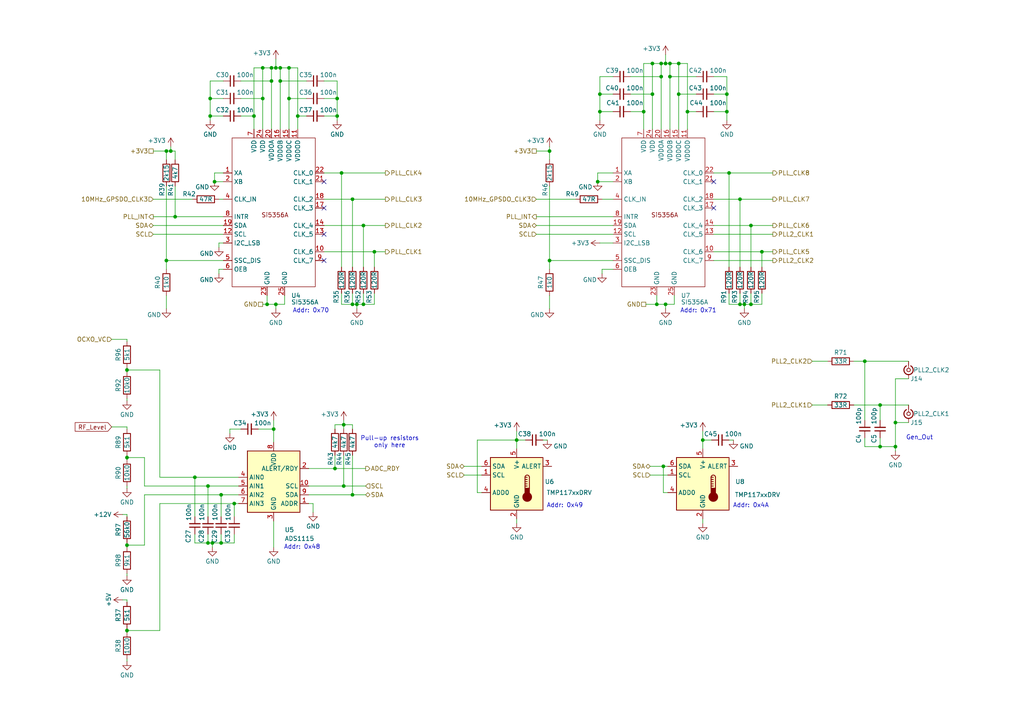
<source format=kicad_sch>
(kicad_sch (version 20231120) (generator "eeschema") (generator_version "8.0")
  (paper "A4")
  (junction (at 217.805 65.405))
  (junction (at 60.325 157.48))
  (junction (at 49.53 43.815))
  (junction (at 102.235 88.265))
  (junction (at 159.385 75.565))
  (junction (at 250.825 104.775))
  (junction (at 60.325 140.97))
  (junction (at 56.515 138.43))
  (junction (at 259.715 122.555))
  (junction (at 214.63 57.785))
  (junction (at 76.2 19.685))
  (junction (at 220.98 73.025))
  (junction (at 99.695 123.19))
  (junction (at 173.355 52.705))
  (junction (at 190.5 88.265))
  (junction (at 48.26 75.565))
  (junction (at 193.04 18.415))
  (junction (at 80.01 88.265))
  (junction (at 50.8 62.865))
  (junction (at 194.31 22.225))
  (junction (at 76.2 28.575))
  (junction (at 78.74 23.495))
  (junction (at 102.235 57.785))
  (junction (at 61.595 157.48))
  (junction (at 214.63 88.265))
  (junction (at 81.28 19.685))
  (junction (at 36.83 182.88))
  (junction (at 211.455 50.165))
  (junction (at 186.69 32.385))
  (junction (at 79.375 124.46))
  (junction (at 196.85 18.415))
  (junction (at 203.835 127.635))
  (junction (at 48.26 43.815))
  (junction (at 60.96 33.655))
  (junction (at 217.805 88.265))
  (junction (at 99.06 50.165))
  (junction (at 80.01 19.685))
  (junction (at 149.86 127.635))
  (junction (at 102.235 143.51))
  (junction (at 83.82 19.685))
  (junction (at 255.27 129.54))
  (junction (at 159.385 43.815))
  (junction (at 36.83 107.315))
  (junction (at 78.74 19.685))
  (junction (at 173.99 32.385))
  (junction (at 199.39 32.385))
  (junction (at 36.83 132.715))
  (junction (at 191.77 22.225))
  (junction (at 97.155 135.89))
  (junction (at 62.23 52.705))
  (junction (at 73.66 33.655))
  (junction (at 255.27 117.475))
  (junction (at 81.28 23.495))
  (junction (at 97.79 33.655))
  (junction (at 105.41 88.265))
  (junction (at 189.23 27.305))
  (junction (at 105.41 65.405))
  (junction (at 67.945 146.05))
  (junction (at 64.135 143.51))
  (junction (at 99.695 140.97))
  (junction (at 36.83 158.115))
  (junction (at 173.99 27.305))
  (junction (at 196.85 27.305))
  (junction (at 103.505 88.265))
  (junction (at 193.04 88.265))
  (junction (at 210.82 32.385))
  (junction (at 194.31 18.415))
  (junction (at 189.23 18.415))
  (junction (at 259.715 129.54))
  (junction (at 192.405 135.255))
  (junction (at 77.47 88.265))
  (junction (at 215.9 88.265))
  (junction (at 97.79 28.575))
  (junction (at 210.82 27.305))
  (junction (at 108.585 73.025))
  (junction (at 83.82 28.575))
  (junction (at 60.96 28.575))
  (junction (at 64.135 157.48))
  (junction (at 191.77 18.415))
  (junction (at 86.36 33.655))
  (no_connect (at 93.98 52.705))
  (no_connect (at 93.98 67.945))
  (no_connect (at 207.01 52.705))
  (no_connect (at 93.98 60.325))
  (no_connect (at 93.98 75.565))
  (no_connect (at 207.01 60.325))
  (wire (pts (xy 188.595 135.255) (xy 192.405 135.255)))
  (wire (pts (xy 159.385 75.565) (xy 159.385 78.105)))
  (wire (pts (xy 46.355 146.05) (xy 46.355 182.88)))
  (wire (pts (xy 99.695 121.92) (xy 99.695 123.19)))
  (wire (pts (xy 99.06 50.165) (xy 99.06 77.47)))
  (wire (pts (xy 90.805 146.05) (xy 90.805 148.59)))
  (wire (pts (xy 259.715 129.54) (xy 259.715 130.81)))
  (wire (pts (xy 193.04 15.875) (xy 193.04 18.415)))
  (wire (pts (xy 82.55 88.265) (xy 82.55 85.725)))
  (wire (pts (xy 36.83 123.825) (xy 36.83 124.46)))
  (wire (pts (xy 78.74 19.685) (xy 78.74 23.495)))
  (wire (pts (xy 247.65 104.775) (xy 250.825 104.775)))
  (wire (pts (xy 41.91 143.51) (xy 41.91 158.115)))
  (wire (pts (xy 67.945 146.05) (xy 67.945 149.86)))
  (wire (pts (xy 207.01 65.405) (xy 217.805 65.405)))
  (wire (pts (xy 86.36 33.655) (xy 86.36 37.465)))
  (wire (pts (xy 48.26 75.565) (xy 48.26 53.975)))
  (wire (pts (xy 196.85 18.415) (xy 199.39 18.415)))
  (wire (pts (xy 192.405 135.255) (xy 192.405 142.875)))
  (wire (pts (xy 99.06 50.165) (xy 111.76 50.165)))
  (wire (pts (xy 88.9 33.655) (xy 86.36 33.655)))
  (wire (pts (xy 220.98 73.025) (xy 220.98 77.47)))
  (wire (pts (xy 50.8 62.865) (xy 64.77 62.865)))
  (wire (pts (xy 138.43 127.635) (xy 138.43 142.875)))
  (wire (pts (xy 189.23 18.415) (xy 191.77 18.415)))
  (wire (pts (xy 36.83 132.08) (xy 36.83 132.715)))
  (wire (pts (xy 190.5 85.725) (xy 190.5 88.265)))
  (wire (pts (xy 105.41 85.09) (xy 105.41 88.265)))
  (wire (pts (xy 79.375 124.46) (xy 79.375 128.27)))
  (wire (pts (xy 69.215 143.51) (xy 64.135 143.51)))
  (wire (pts (xy 60.96 28.575) (xy 64.77 28.575)))
  (wire (pts (xy 199.39 18.415) (xy 199.39 32.385)))
  (wire (pts (xy 80.01 88.265) (xy 80.01 89.535)))
  (wire (pts (xy 149.86 150.495) (xy 149.86 151.765)))
  (wire (pts (xy 63.5 71.755) (xy 63.5 70.485)))
  (wire (pts (xy 50.8 53.975) (xy 50.8 62.865)))
  (wire (pts (xy 63.5 57.785) (xy 64.77 57.785)))
  (wire (pts (xy 36.83 107.315) (xy 46.355 107.315)))
  (wire (pts (xy 155.575 67.945) (xy 177.8 67.945)))
  (wire (pts (xy 36.83 106.68) (xy 36.83 107.315)))
  (wire (pts (xy 80.01 88.265) (xy 82.55 88.265)))
  (wire (pts (xy 44.45 65.405) (xy 64.77 65.405)))
  (wire (pts (xy 102.235 143.51) (xy 106.045 143.51)))
  (wire (pts (xy 76.2 19.685) (xy 76.2 28.575)))
  (wire (pts (xy 36.83 98.425) (xy 36.83 99.06)))
  (wire (pts (xy 159.385 42.545) (xy 159.385 43.815)))
  (wire (pts (xy 89.535 140.97) (xy 99.695 140.97)))
  (wire (pts (xy 80.01 19.685) (xy 81.28 19.685)))
  (wire (pts (xy 207.01 73.025) (xy 220.98 73.025)))
  (wire (pts (xy 48.26 43.815) (xy 49.53 43.815)))
  (wire (pts (xy 191.77 18.415) (xy 193.04 18.415)))
  (wire (pts (xy 103.505 88.265) (xy 105.41 88.265)))
  (wire (pts (xy 60.96 28.575) (xy 60.96 23.495)))
  (wire (pts (xy 138.43 142.875) (xy 139.7 142.875)))
  (wire (pts (xy 196.85 27.305) (xy 201.93 27.305)))
  (wire (pts (xy 203.835 127.635) (xy 203.835 130.175)))
  (wire (pts (xy 69.85 23.495) (xy 78.74 23.495)))
  (wire (pts (xy 207.01 67.945) (xy 224.155 67.945)))
  (wire (pts (xy 41.91 132.715) (xy 41.91 140.97)))
  (wire (pts (xy 69.215 140.97) (xy 60.325 140.97)))
  (wire (pts (xy 81.28 19.685) (xy 83.82 19.685)))
  (wire (pts (xy 78.74 19.685) (xy 80.01 19.685)))
  (wire (pts (xy 41.91 140.97) (xy 60.325 140.97)))
  (wire (pts (xy 250.825 127) (xy 250.825 129.54)))
  (wire (pts (xy 83.82 28.575) (xy 88.9 28.575)))
  (wire (pts (xy 102.235 57.785) (xy 111.76 57.785)))
  (wire (pts (xy 69.215 146.05) (xy 67.945 146.05)))
  (wire (pts (xy 194.31 37.465) (xy 194.31 22.225)))
  (wire (pts (xy 211.455 50.165) (xy 211.455 77.47)))
  (wire (pts (xy 64.77 75.565) (xy 48.26 75.565)))
  (wire (pts (xy 99.695 140.97) (xy 106.045 140.97)))
  (wire (pts (xy 32.385 98.425) (xy 36.83 98.425)))
  (wire (pts (xy 69.215 138.43) (xy 56.515 138.43)))
  (wire (pts (xy 41.91 143.51) (xy 64.135 143.51)))
  (wire (pts (xy 214.63 88.265) (xy 215.9 88.265)))
  (wire (pts (xy 174.625 79.375) (xy 174.625 78.105)))
  (wire (pts (xy 36.83 115.57) (xy 36.83 116.205)))
  (wire (pts (xy 217.805 65.405) (xy 224.155 65.405)))
  (wire (pts (xy 64.135 157.48) (xy 61.595 157.48)))
  (wire (pts (xy 187.325 88.265) (xy 190.5 88.265)))
  (wire (pts (xy 211.455 50.165) (xy 224.155 50.165)))
  (wire (pts (xy 217.805 85.09) (xy 217.805 88.265)))
  (wire (pts (xy 97.79 28.575) (xy 97.79 33.655)))
  (wire (pts (xy 73.66 33.655) (xy 73.66 37.465)))
  (wire (pts (xy 108.585 73.025) (xy 111.76 73.025)))
  (wire (pts (xy 36.83 158.115) (xy 36.83 158.75)))
  (wire (pts (xy 194.31 18.415) (xy 196.85 18.415)))
  (wire (pts (xy 48.26 85.725) (xy 48.26 89.535)))
  (wire (pts (xy 89.535 143.51) (xy 102.235 143.51)))
  (wire (pts (xy 36.83 132.715) (xy 41.91 132.715)))
  (wire (pts (xy 89.535 135.89) (xy 97.155 135.89)))
  (wire (pts (xy 255.27 117.475) (xy 255.27 121.92)))
  (wire (pts (xy 97.79 23.495) (xy 97.79 28.575)))
  (wire (pts (xy 62.23 52.705) (xy 64.77 52.705)))
  (wire (pts (xy 173.355 50.165) (xy 177.8 50.165)))
  (wire (pts (xy 263.525 122.555) (xy 259.715 122.555)))
  (wire (pts (xy 44.45 43.815) (xy 48.26 43.815)))
  (wire (pts (xy 186.69 18.415) (xy 189.23 18.415)))
  (wire (pts (xy 250.825 104.775) (xy 250.825 121.92)))
  (wire (pts (xy 217.805 88.265) (xy 220.98 88.265)))
  (wire (pts (xy 182.88 22.225) (xy 191.77 22.225)))
  (wire (pts (xy 93.98 73.025) (xy 108.585 73.025)))
  (wire (pts (xy 97.79 33.655) (xy 97.79 34.925)))
  (wire (pts (xy 199.39 32.385) (xy 201.93 32.385)))
  (wire (pts (xy 99.695 123.19) (xy 99.695 124.46)))
  (wire (pts (xy 210.82 32.385) (xy 210.82 34.925)))
  (wire (pts (xy 36.83 182.245) (xy 36.83 182.88)))
  (wire (pts (xy 36.83 166.37) (xy 36.83 167.005)))
  (wire (pts (xy 49.53 43.815) (xy 50.8 43.815)))
  (wire (pts (xy 60.325 157.48) (xy 56.515 157.48)))
  (wire (pts (xy 235.585 117.475) (xy 240.03 117.475)))
  (wire (pts (xy 83.82 19.685) (xy 86.36 19.685)))
  (wire (pts (xy 173.355 52.705) (xy 177.8 52.705)))
  (wire (pts (xy 149.86 127.635) (xy 149.86 130.175)))
  (wire (pts (xy 173.355 52.705) (xy 173.355 50.165)))
  (wire (pts (xy 105.41 65.405) (xy 105.41 77.47)))
  (wire (pts (xy 157.48 127.635) (xy 158.75 127.635)))
  (wire (pts (xy 77.47 85.725) (xy 77.47 88.265)))
  (wire (pts (xy 155.575 65.405) (xy 177.8 65.405)))
  (wire (pts (xy 93.98 23.495) (xy 97.79 23.495)))
  (wire (pts (xy 102.235 123.19) (xy 102.235 124.46)))
  (wire (pts (xy 193.04 88.265) (xy 195.58 88.265)))
  (wire (pts (xy 195.58 88.265) (xy 195.58 85.725)))
  (wire (pts (xy 191.77 22.225) (xy 191.77 37.465)))
  (wire (pts (xy 194.31 18.415) (xy 194.31 22.225)))
  (wire (pts (xy 159.385 85.725) (xy 159.385 89.535)))
  (wire (pts (xy 97.79 33.655) (xy 93.98 33.655)))
  (wire (pts (xy 56.515 138.43) (xy 56.515 149.86)))
  (wire (pts (xy 36.83 157.48) (xy 36.83 158.115)))
  (wire (pts (xy 220.98 73.025) (xy 224.155 73.025)))
  (wire (pts (xy 207.01 75.565) (xy 224.155 75.565)))
  (wire (pts (xy 211.455 85.09) (xy 211.455 88.265)))
  (wire (pts (xy 199.39 32.385) (xy 199.39 37.465)))
  (wire (pts (xy 173.99 27.305) (xy 177.8 27.305)))
  (wire (pts (xy 36.83 191.135) (xy 36.83 191.77)))
  (wire (pts (xy 60.325 140.97) (xy 60.325 149.86)))
  (wire (pts (xy 97.155 124.46) (xy 97.155 123.19)))
  (wire (pts (xy 196.85 18.415) (xy 196.85 27.305)))
  (wire (pts (xy 173.99 32.385) (xy 173.99 34.925)))
  (wire (pts (xy 174.625 57.785) (xy 177.8 57.785)))
  (wire (pts (xy 62.23 50.165) (xy 64.77 50.165)))
  (wire (pts (xy 99.695 123.19) (xy 102.235 123.19)))
  (wire (pts (xy 217.805 65.405) (xy 217.805 77.47)))
  (wire (pts (xy 97.155 135.89) (xy 97.155 132.08)))
  (wire (pts (xy 207.01 50.165) (xy 211.455 50.165)))
  (wire (pts (xy 155.575 57.785) (xy 167.005 57.785)))
  (wire (pts (xy 203.835 150.495) (xy 203.835 151.765)))
  (wire (pts (xy 105.41 88.265) (xy 108.585 88.265)))
  (wire (pts (xy 255.27 129.54) (xy 259.715 129.54)))
  (wire (pts (xy 174.625 78.105) (xy 177.8 78.105)))
  (wire (pts (xy 76.2 19.685) (xy 78.74 19.685)))
  (wire (pts (xy 93.98 50.165) (xy 99.06 50.165)))
  (wire (pts (xy 134.62 135.255) (xy 139.7 135.255)))
  (wire (pts (xy 203.835 125.095) (xy 203.835 127.635)))
  (wire (pts (xy 214.63 57.785) (xy 214.63 77.47)))
  (wire (pts (xy 61.595 157.48) (xy 60.325 157.48)))
  (wire (pts (xy 89.535 146.05) (xy 90.805 146.05)))
  (wire (pts (xy 64.135 154.94) (xy 64.135 157.48)))
  (wire (pts (xy 73.66 19.685) (xy 76.2 19.685)))
  (wire (pts (xy 69.85 28.575) (xy 76.2 28.575)))
  (wire (pts (xy 193.04 88.265) (xy 193.04 89.535)))
  (wire (pts (xy 64.135 143.51) (xy 64.135 149.86)))
  (wire (pts (xy 81.28 23.495) (xy 88.9 23.495)))
  (wire (pts (xy 77.47 88.265) (xy 80.01 88.265)))
  (wire (pts (xy 134.62 137.795) (xy 139.7 137.795)))
  (wire (pts (xy 220.98 88.265) (xy 220.98 85.09)))
  (wire (pts (xy 247.65 117.475) (xy 255.27 117.475)))
  (wire (pts (xy 44.45 62.865) (xy 50.8 62.865)))
  (wire (pts (xy 210.82 27.305) (xy 210.82 32.385)))
  (wire (pts (xy 182.88 27.305) (xy 189.23 27.305)))
  (wire (pts (xy 73.66 33.655) (xy 73.66 19.685)))
  (wire (pts (xy 76.2 88.265) (xy 77.47 88.265)))
  (wire (pts (xy 194.31 22.225) (xy 201.93 22.225)))
  (wire (pts (xy 36.83 107.315) (xy 36.83 107.95)))
  (wire (pts (xy 36.83 132.715) (xy 36.83 133.35)))
  (wire (pts (xy 102.235 143.51) (xy 102.235 132.08)))
  (wire (pts (xy 60.96 23.495) (xy 64.77 23.495)))
  (wire (pts (xy 44.45 67.945) (xy 64.77 67.945)))
  (wire (pts (xy 173.99 70.485) (xy 177.8 70.485)))
  (wire (pts (xy 196.85 27.305) (xy 196.85 37.465)))
  (wire (pts (xy 36.83 182.88) (xy 36.83 183.515)))
  (wire (pts (xy 102.235 57.785) (xy 102.235 77.47)))
  (wire (pts (xy 81.28 37.465) (xy 81.28 23.495)))
  (wire (pts (xy 214.63 57.785) (xy 224.155 57.785)))
  (wire (pts (xy 105.41 65.405) (xy 111.76 65.405)))
  (wire (pts (xy 207.01 57.785) (xy 214.63 57.785)))
  (wire (pts (xy 76.2 28.575) (xy 76.2 37.465)))
  (wire (pts (xy 50.8 43.815) (xy 50.8 46.355)))
  (wire (pts (xy 86.36 19.685) (xy 86.36 33.655)))
  (wire (pts (xy 207.01 22.225) (xy 210.82 22.225)))
  (wire (pts (xy 149.86 125.095) (xy 149.86 127.635)))
  (wire (pts (xy 108.585 73.025) (xy 108.585 77.47)))
  (wire (pts (xy 46.355 146.05) (xy 67.945 146.05)))
  (wire (pts (xy 203.835 127.635) (xy 206.375 127.635)))
  (wire (pts (xy 210.82 22.225) (xy 210.82 27.305)))
  (wire (pts (xy 56.515 157.48) (xy 56.515 154.94)))
  (wire (pts (xy 250.825 129.54) (xy 255.27 129.54)))
  (wire (pts (xy 83.82 28.575) (xy 83.82 37.465)))
  (wire (pts (xy 255.27 117.475) (xy 263.525 117.475)))
  (wire (pts (xy 36.83 140.97) (xy 36.83 141.605)))
  (wire (pts (xy 46.355 182.88) (xy 36.83 182.88)))
  (wire (pts (xy 263.525 109.855) (xy 259.715 109.855)))
  (wire (pts (xy 189.23 27.305) (xy 189.23 37.465)))
  (wire (pts (xy 173.99 27.305) (xy 173.99 22.225)))
  (wire (pts (xy 155.575 43.815) (xy 159.385 43.815)))
  (wire (pts (xy 186.69 32.385) (xy 186.69 18.415)))
  (wire (pts (xy 83.82 19.685) (xy 83.82 28.575)))
  (wire (pts (xy 63.5 78.105) (xy 64.77 78.105)))
  (wire (pts (xy 102.235 85.09) (xy 102.235 88.265)))
  (wire (pts (xy 67.945 157.48) (xy 64.135 157.48)))
  (wire (pts (xy 189.23 18.415) (xy 189.23 27.305)))
  (wire (pts (xy 93.98 28.575) (xy 97.79 28.575)))
  (wire (pts (xy 79.375 151.13) (xy 79.375 158.75)))
  (wire (pts (xy 235.585 104.775) (xy 240.03 104.775)))
  (wire (pts (xy 102.235 88.265) (xy 103.505 88.265)))
  (wire (pts (xy 149.86 127.635) (xy 152.4 127.635)))
  (wire (pts (xy 190.5 88.265) (xy 193.04 88.265)))
  (wire (pts (xy 259.715 109.855) (xy 259.715 122.555)))
  (wire (pts (xy 99.06 88.265) (xy 102.235 88.265)))
  (wire (pts (xy 66.675 124.46) (xy 69.85 124.46)))
  (wire (pts (xy 192.405 135.255) (xy 193.675 135.255)))
  (wire (pts (xy 36.83 149.225) (xy 36.83 149.86)))
  (wire (pts (xy 44.45 57.785) (xy 55.88 57.785)))
  (wire (pts (xy 69.85 33.655) (xy 73.66 33.655)))
  (wire (pts (xy 80.01 17.145) (xy 80.01 19.685)))
  (wire (pts (xy 63.5 70.485) (xy 64.77 70.485)))
  (wire (pts (xy 93.98 57.785) (xy 102.235 57.785)))
  (wire (pts (xy 250.825 104.775) (xy 263.525 104.775)))
  (wire (pts (xy 62.23 52.705) (xy 62.23 50.165)))
  (wire (pts (xy 81.28 19.685) (xy 81.28 23.495)))
  (wire (pts (xy 66.675 125.73) (xy 66.675 124.46)))
  (wire (pts (xy 60.96 33.655) (xy 60.96 34.925)))
  (wire (pts (xy 67.945 154.94) (xy 67.945 157.48)))
  (wire (pts (xy 215.9 88.265) (xy 217.805 88.265)))
  (wire (pts (xy 36.83 173.99) (xy 36.83 174.625)))
  (wire (pts (xy 191.77 18.415) (xy 191.77 22.225)))
  (wire (pts (xy 36.83 149.225) (xy 35.56 149.225)))
  (wire (pts (xy 159.385 46.355) (xy 159.385 43.815)))
  (wire (pts (xy 108.585 88.265) (xy 108.585 85.09)))
  (wire (pts (xy 63.5 79.375) (xy 63.5 78.105)))
  (wire (pts (xy 159.385 75.565) (xy 159.385 53.975)))
  (wire (pts (xy 46.355 138.43) (xy 56.515 138.43)))
  (wire (pts (xy 259.715 122.555) (xy 259.715 129.54)))
  (wire (pts (xy 173.99 22.225) (xy 177.8 22.225)))
  (wire (pts (xy 48.26 75.565) (xy 48.26 78.105)))
  (wire (pts (xy 60.325 154.94) (xy 60.325 157.48)))
  (wire (pts (xy 192.405 142.875) (xy 193.675 142.875)))
  (wire (pts (xy 214.63 85.09) (xy 214.63 88.265)))
  (wire (pts (xy 61.595 158.75) (xy 61.595 157.48)))
  (wire (pts (xy 182.88 32.385) (xy 186.69 32.385)))
  (wire (pts (xy 103.505 88.265) (xy 103.505 89.535)))
  (wire (pts (xy 211.455 127.635) (xy 212.725 127.635)))
  (wire (pts (xy 173.99 32.385) (xy 173.99 27.305)))
  (wire (pts (xy 35.56 173.99) (xy 36.83 173.99)))
  (wire (pts (xy 193.04 18.415) (xy 194.31 18.415)))
  (wire (pts (xy 48.26 46.355) (xy 48.26 43.815)))
  (wire (pts (xy 32.385 123.825) (xy 36.83 123.825)))
  (wire (pts (xy 173.99 32.385) (xy 177.8 32.385)))
  (wire (pts (xy 60.96 33.655) (xy 60.96 28.575)))
  (wire (pts (xy 97.155 123.19) (xy 99.695 123.19)))
  (wire (pts (xy 64.77 33.655) (xy 60.96 33.655)))
  (wire (pts (xy 207.01 27.305) (xy 210.82 27.305)))
  (wire (pts (xy 177.8 75.565) (xy 159.385 75.565)))
  (wire (pts (xy 207.01 32.385) (xy 210.82 32.385)))
  (wire (pts (xy 41.91 158.115) (xy 36.83 158.115)))
  (wire (pts (xy 79.375 121.92) (xy 79.375 124.46)))
  (wire (pts (xy 155.575 62.865) (xy 177.8 62.865)))
  (wire (pts (xy 188.595 137.795) (xy 193.675 137.795)))
  (wire (pts (xy 93.98 65.405) (xy 105.41 65.405)))
  (wire (pts (xy 74.93 124.46) (xy 79.375 124.46)))
  (wire (pts (xy 46.355 107.315) (xy 46.355 138.43)))
  (wire (pts (xy 186.69 32.385) (xy 186.69 37.465)))
  (wire (pts (xy 97.155 135.89) (xy 106.045 135.89)))
  (wire (pts (xy 255.27 127) (xy 255.27 129.54)))
  (wire (pts (xy 215.9 88.265) (xy 215.9 89.535)))
  (wire (pts (xy 78.74 23.495) (xy 78.74 37.465)))
  (wire (pts (xy 49.53 42.545) (xy 49.53 43.815)))
  (wire (pts (xy 211.455 88.265) (xy 214.63 88.265)))
  (wire (pts (xy 99.695 140.97) (xy 99.695 132.08)))
  (wire (pts (xy 99.06 85.09) (xy 99.06 88.265)))
  (wire (pts (xy 149.86 127.635) (xy 138.43 127.635)))
  (text "Gen_Out" (at 266.7 127 0) (effects (font (size 1.27 1.27))))
  (text "Addr: 0x71" (at 202.565 90.17 0) (effects (font (size 1.27 1.27))))
  (text "Addr: 0x49" (at 163.83 146.685 0) (effects (font (size 1.27 1.27))))
  (text "Addr: 0x70" (at 90.17 90.17 0) (effects (font (size 1.27 1.27))))
  (text "Addr: 0x48" (at 87.63 158.75 0) (effects (font (size 1.27 1.27))))
  (text "Addr: 0x4A" (at 217.805 146.685 0) (effects (font (size 1.27 1.27))))
  (text "Pull-up resistors\nonly here" (at 113.03 128.27 0) (effects (font (size 1.27 1.27))))
  (global_label "RF_Level" (shape input) (at 32.385 123.825 180) (property "Intersheetrefs" "${INTERSHEET_REFS}" (effects (hide yes))))
  (hierarchical_label "GND" (shape passive) (at 187.325 88.265 180))
  (hierarchical_label "PLL2_CLK2" (shape output) (at 224.155 75.565 0))
  (hierarchical_label "SCL" (shape input) (at 106.045 140.97 0))
  (hierarchical_label "10MHz_GPSDO_CLK3" (shape input) (at 155.575 57.785 180))
  (hierarchical_label "SDA" (shape bidirectional) (at 155.575 65.405 180))
  (hierarchical_label "PLL_INT" (shape output) (at 44.45 62.865 180))
  (hierarchical_label "PLL2_CLK1" (shape output) (at 224.155 67.945 0))
  (hierarchical_label "SDA" (shape bidirectional) (at 106.045 143.51 0))
  (hierarchical_label "SDA" (shape bidirectional) (at 44.45 65.405 180))
  (hierarchical_label "PLL_CLK7" (shape output) (at 224.155 57.785 0))
  (hierarchical_label "SDA" (shape bidirectional) (at 134.62 135.255 180))
  (hierarchical_label "PLL_CLK8" (shape output) (at 224.155 50.165 0))
  (hierarchical_label "PLL2_CLK1" (shape input) (at 235.585 117.475 180))
  (hierarchical_label "SCL" (shape input) (at 44.45 67.945 180))
  (hierarchical_label "PLL_CLK5" (shape output) (at 224.155 73.025 0))
  (hierarchical_label "ADC_RDY" (shape output) (at 106.045 135.89 0))
  (hierarchical_label "PLL2_CLK2" (shape input) (at 235.585 104.775 180))
  (hierarchical_label "PLL_CLK3" (shape output) (at 111.76 57.785 0))
  (hierarchical_label "10MHz_GPSDO_CLK3" (shape input) (at 44.45 57.785 180))
  (hierarchical_label "+3V3" (shape passive) (at 44.45 43.815 180))
  (hierarchical_label "PLL_CLK6" (shape output) (at 224.155 65.405 0))
  (hierarchical_label "PLL_INT" (shape output) (at 155.575 62.865 180))
  (hierarchical_label "PLL_CLK2" (shape output) (at 111.76 65.405 0))
  (hierarchical_label "SCL" (shape input) (at 134.62 137.795 180))
  (hierarchical_label "SCL" (shape input) (at 155.575 67.945 180))
  (hierarchical_label "SDA" (shape bidirectional) (at 188.595 135.255 180))
  (hierarchical_label "+3V3" (shape passive) (at 155.575 43.815 180))
  (hierarchical_label "PLL_CLK4" (shape output) (at 111.76 50.165 0))
  (hierarchical_label "GND" (shape passive) (at 76.2 88.265 180))
  (hierarchical_label "SCL" (shape input) (at 188.595 137.795 180))
  (hierarchical_label "PLL_CLK1" (shape output) (at 111.76 73.025 0))
  (hierarchical_label "OCXO_VC" (shape input) (at 32.385 98.425 180))
  (symbol (lib_id "Device:R") (at 159.385 81.915 180) (unit 1)
    (property "Reference" "R47" (at 156.845 81.915 90))
    (property "Value" "1k0" (at 159.385 81.915 90))
    (property "Footprint" "Resistor_SMD:R_0805_2012Metric" (effects (hide yes)))
    (property "Description" "Resistor" (effects (hide yes)))
    (property "LCSC PN" "C17513" (effects (hide yes)))
    (property "LCSC link" "https://www.lcsc.com/product-detail/Chip-Resistor-Surface-Mount_UNI-ROYAL-Uniroyal-Elec-0805W8F1001T5E_C17513.html?s_z=n_C17513" (effects (hide yes)))
  )
  (symbol (lib_id "Device:C_Small") (at 204.47 22.225 90) (unit 1)
    (property "Reference" "C42" (at 201.676 20.447 90))
    (property "Value" "100n" (at 208.28 20.447 90))
    (property "Footprint" "Capacitor_SMD:C_0805_2012Metric" (effects (hide yes)))
    (property "Description" "Unpolarized capacitor, small symbol" (effects (hide yes)))
    (property "LCSC PN" "C38141" (effects (hide yes)))
    (property "LCSC link" "https://www.lcsc.com/product-detail/Multilayer-Ceramic-Capacitors-MLCC-SMD-SMT_FH-Guangdong-Fenghua-Advanced-Tech-0805B104K500NT_C38141.html" (effects (hide yes)))
  )
  (symbol (lib_id "jnj_haz:GND") (at 66.675 125.73 0) (mirror y) (unit 1)
    (property "Reference" "#PWR064" (effects (hide yes)))
    (property "Value" "GND" (at 66.675 129.794 0))
  )
  (symbol (lib_id "Device:R") (at 159.385 50.165 180) (unit 1)
    (property "Reference" "R46" (at 158.115 54.991 90))
    (property "Value" "2k15" (at 159.385 50.165 90))
    (property "Footprint" "Resistor_SMD:R_0805_2012Metric" (effects (hide yes)))
    (property "Description" "Resistor" (effects (hide yes)))
    (property "LCSC PN" "C2933368" (effects (hide yes)))
    (property "LCSC link" "https://www.lcsc.com/product-detail/Chip-Resistor-Surface-Mount_FOJAN-FRC0805F2151TS_C2933368.html?s_z=n_C2933368" (effects (hide yes)))
  )
  (symbol (lib_id "jnj_haz:GND") (at 210.82 34.925 0) (mirror y) (unit 1)
    (property "Reference" "#PWR083" (effects (hide yes)))
    (property "Value" "GND" (at 210.82 38.989 0))
  )
  (symbol (lib_id "Connector:Conn_Coaxial_Small") (at 263.525 120.015 270) (unit 1)
    (property "Reference" "J15" (at 265.811 122.555 90))
    (property "Value" "PLL2_CLK1" (at 270.129 120.015 90))
    (property "Footprint" "Connector_Coaxial:U.FL_Hirose_U.FL-R-SMT-1_Vertical" (effects (hide yes)))
    (property "Description" "small coaxial connector (BNC, SMA, SMB, SMC, Cinch/RCA, LEMO, ...)" (effects (hide yes)))
    (property "LCSC PN" "C411563" (effects (hide yes)))
    (property "LCSC link" "https://www.lcsc.com/product-detail/Coaxial-Connectors-RF_Shenzhen-Kinghelm-Elec-KH-IPEX-K501-29_C411563.html?s_z=n_C411563" (effects (hide yes)))
  )
  (symbol (lib_id "Device:R") (at 50.8 50.165 180) (unit 1)
    (property "Reference" "R41" (at 49.53 54.991 90))
    (property "Value" "4k7" (at 50.8 50.165 90))
    (property "Footprint" "Resistor_SMD:R_0805_2012Metric" (effects (hide yes)))
    (property "Description" "Resistor" (effects (hide yes)))
    (property "LCSC PN" "C2907326" (effects (hide yes)))
    (property "LCSC link" "https://www.lcsc.com/product-detail/Chip-Resistor-Surface-Mount_FOJAN-FRC0805J472-TS_C2907326.html?s_z=n_C2907326" (effects (hide yes)))
  )
  (symbol (lib_id "Device:R") (at 102.235 128.27 180) (unit 1)
    (property "Reference" "R45" (at 100.965 133.096 90))
    (property "Value" "4k7" (at 102.235 128.27 90))
    (property "Footprint" "Resistor_SMD:R_0805_2012Metric" (effects (hide yes)))
    (property "Description" "Resistor" (effects (hide yes)))
    (property "LCSC PN" "C2907326" (effects (hide yes)))
    (property "LCSC link" "https://www.lcsc.com/product-detail/Chip-Resistor-Surface-Mount_FOJAN-FRC0805J472-TS_C2907326.html?s_z=n_C2907326" (effects (hide yes)))
  )
  (symbol (lib_id "Counter_pretty:Si5356A-B-GB") (at 193.04 60.325 0) (unit 1)
    (property "Reference" "U7" (at 197.485 85.725 0) (effects (justify left)))
    (property "Value" "SI5356A" (at 197.485 87.63 0) (effects (justify left)))
    (property "Footprint" "Package_DFN_QFN:QFN-24-1EP_4x4mm_P0.5mm_EP2.6x2.6mm_ThermalVias" (effects (hide yes)))
    (property "LCSC PN" "634-SI5356A-B-GMR " (effects (hide yes)))
    (property "LCSC link" "https://cz.mouser.com/ProductDetail/Skyworks-Solutions-Inc/SI5356A-B-GMR?qs=gjQ0PIzz%2F1MHMGnNt1%252BsVA%3D%3D" (effects (hide yes)))
  )
  (symbol (lib_id "jnj_haz:+3.3V") (at 99.695 121.92 0) (unit 1)
    (property "Reference" "#PWR071" (effects (hide yes)))
    (property "Value" "+3V3" (at 95.631 120.142 0))
  )
  (symbol (lib_id "jnj_haz:GND") (at 63.5 71.755 0) (mirror y) (unit 1)
    (property "Reference" "#PWR062" (effects (hide yes)))
    (property "Value" "GND" (at 59.944 73.533 0))
  )
  (symbol (lib_id "jnj_haz:GND") (at 158.75 127.635 0) (mirror y) (unit 1)
    (property "Reference" "#PWR076" (effects (hide yes)))
    (property "Value" "GND" (at 162.56 129.413 0))
  )
  (symbol (lib_id "jnj_haz:GND") (at 103.505 89.535 0) (mirror y) (unit 1)
    (property "Reference" "#PWR0154" (effects (hide yes)))
    (property "Value" "GND" (at 103.505 93.599 0))
  )
  (symbol (lib_id "jnj_haz:GND") (at 193.04 89.535 0) (mirror y) (unit 1)
    (property "Reference" "#PWR082" (effects (hide yes)))
    (property "Value" "GND" (at 193.04 93.599 0))
  )
  (symbol (lib_id "Analog_ADC:ADS1115IDGS") (at 79.375 140.97 0) (unit 1)
    (property "Reference" "U5" (at 82.55 153.67 0) (effects (justify left)))
    (property "Value" "ADS1115" (at 82.55 156.21 0) (effects (justify left)))
    (property "Footprint" "Package_SO:TSSOP-10_3x3mm_P0.5mm" (effects (hide yes)))
    (property "Datasheet" "http://www.ti.com/lit/ds/symlink/ads1113.pdf" (effects (hide yes)))
    (property "Description" "Ultra-Small, Low-Power, I2C-Compatible, 860-SPS, 16-Bit ADCs With Internal Reference, Oscillator, and Programmable Comparator, VSSOP-10" (effects (hide yes)))
    (property "LCSC PN" "C37593" (effects (hide yes)))
    (property "LCSC link" "https://www.lcsc.com/product-detail/Analog-to-Digital-Converters-ADC_Texas-Instruments-ADS1115IDGSR_C37593.html?s_z=n_ADS1115" (effects (hide yes)))
  )
  (symbol (lib_id "jnj_haz:GND") (at 80.01 89.535 0) (mirror y) (unit 1)
    (property "Reference" "#PWR066" (effects (hide yes)))
    (property "Value" "GND" (at 80.01 93.599 0))
  )
  (symbol (lib_id "Device:R") (at 214.63 81.28 180) (unit 1)
    (property "Reference" "R93" (at 213.106 86.106 90))
    (property "Value" "120R" (at 214.63 81.28 90))
    (property "Footprint" "Resistor_SMD:R_0805_2012Metric" (effects (hide yes)))
    (property "Description" "Resistor" (effects (hide yes)))
    (property "LCSC PN" "C5140194" (effects (hide yes)))
    (property "LCSC link" "https://lcsc.com/product-detail/Chip-Resistor-Surface-Mount_VO-SCR0805F120R_C5140194.html" (effects (hide yes)))
  )
  (symbol (lib_id "jnj_haz:GND") (at 36.83 141.605 0) (mirror y) (unit 1)
    (property "Reference" "#PWR0148" (effects (hide yes)))
    (property "Value" "GND" (at 36.83 145.669 0))
  )
  (symbol (lib_id "Device:R") (at 48.26 50.165 180) (unit 1)
    (property "Reference" "R39" (at 46.99 54.991 90))
    (property "Value" "2k15" (at 48.26 50.165 90))
    (property "Footprint" "Resistor_SMD:R_0805_2012Metric" (effects (hide yes)))
    (property "Description" "Resistor" (effects (hide yes)))
    (property "LCSC PN" "C2933368" (effects (hide yes)))
    (property "LCSC link" "https://www.lcsc.com/product-detail/Chip-Resistor-Surface-Mount_FOJAN-FRC0805F2151TS_C2933368.html?s_z=n_C2933368" (effects (hide yes)))
  )
  (symbol (lib_id "jnj_haz:GND") (at 173.99 34.925 0) (mirror y) (unit 1)
    (property "Reference" "#PWR077" (effects (hide yes)))
    (property "Value" "GND" (at 173.99 38.989 0))
  )
  (symbol (lib_id "jnj_haz:GND") (at 97.79 34.925 0) (mirror y) (unit 1)
    (property "Reference" "#PWR070" (effects (hide yes)))
    (property "Value" "GND" (at 97.79 38.989 0))
  )
  (symbol (lib_id "Device:R") (at 170.815 57.785 90) (unit 1)
    (property "Reference" "R49" (at 165.989 56.261 90))
    (property "Value" "47R" (at 170.815 57.785 90))
    (property "Footprint" "Resistor_SMD:R_0805_2012Metric" (effects (hide yes)))
    (property "Description" "Resistor" (effects (hide yes)))
    (property "LCSC PN" "C2907268" (effects (hide yes)))
    (property "LCSC link" "https://lcsc.com/product-detail/Chip-Resistor-Surface-Mount_FOJAN-FRC0805F47R0TS_C2907268.html" (effects (hide yes)))
  )
  (symbol (lib_id "Device:R") (at 105.41 81.28 180) (unit 1)
    (property "Reference" "R52" (at 103.886 86.106 90))
    (property "Value" "120R" (at 105.41 81.28 90))
    (property "Footprint" "Resistor_SMD:R_0805_2012Metric" (effects (hide yes)))
    (property "Description" "Resistor" (effects (hide yes)))
    (property "LCSC PN" "C5140194" (effects (hide yes)))
    (property "LCSC link" "https://lcsc.com/product-detail/Chip-Resistor-Surface-Mount_VO-SCR0805F120R_C5140194.html" (effects (hide yes)))
  )
  (symbol (lib_id "Device:R") (at 211.455 81.28 180) (unit 1)
    (property "Reference" "R91" (at 209.931 86.106 90))
    (property "Value" "120R" (at 211.455 81.28 90))
    (property "Footprint" "Resistor_SMD:R_0805_2012Metric" (effects (hide yes)))
    (property "Description" "Resistor" (effects (hide yes)))
    (property "LCSC PN" "C5140194" (effects (hide yes)))
    (property "LCSC link" "https://lcsc.com/product-detail/Chip-Resistor-Surface-Mount_VO-SCR0805F120R_C5140194.html" (effects (hide yes)))
  )
  (symbol (lib_id "Sensor_Temperature:TMP117xxDRV") (at 149.86 140.335 0) (unit 1)
    (property "Reference" "U6" (at 159.385 139.7 0))
    (property "Value" "TMP117xxDRV" (at 165.1 142.875 0))
    (property "Footprint" "Package_SON:WSON-6-1EP_2x2mm_P0.65mm_EP1x1.6mm" (effects (hide yes)))
    (property "Datasheet" "https://www.ti.com/lit/ds/symlink/tmp117.pdf" (effects (hide yes)))
    (property "Description" "Digital Temperature Sensor with I2C/SMBus Interface, 16 bits, ±0.3°C, one-shot conversion, alert, nist traceable, EEPROM, WSON" (effects (hide yes)))
  )
  (symbol (lib_id "Device:C_Small") (at 91.44 33.655 90) (unit 1)
    (property "Reference" "C37" (at 88.646 31.877 90))
    (property "Value" "100n" (at 95.25 31.877 90))
    (property "Footprint" "Capacitor_SMD:C_0805_2012Metric" (effects (hide yes)))
    (property "Description" "Unpolarized capacitor, small symbol" (effects (hide yes)))
    (property "LCSC PN" "C38141" (effects (hide yes)))
    (property "LCSC link" "https://www.lcsc.com/product-detail/Multilayer-Ceramic-Capacitors-MLCC-SMD-SMT_FH-Guangdong-Fenghua-Advanced-Tech-0805B104K500NT_C38141.html" (effects (hide yes)))
  )
  (symbol (lib_id "Device:C_Small") (at 255.27 124.46 180) (unit 1)
    (property "Reference" "C5" (at 253.492 127.254 90))
    (property "Value" "100p" (at 253.492 120.65 90))
    (property "Footprint" "Capacitor_SMD:C_0805_2012Metric" (effects (hide yes)))
    (property "Description" "Unpolarized capacitor, small symbol" (effects (hide yes)))
    (property "LCSC PN" "C1790" (effects (hide yes)))
    (property "LCSC link" "https://www.lcsc.com/product-detail/Multilayer-Ceramic-Capacitors-MLCC-SMD-SMT_Samsung-Electro-Mechanics-CL21C101JBANNNC_C1790.html" (effects (hide yes)))
  )
  (symbol (lib_id "Device:C_Small") (at 208.915 127.635 90) (unit 1)
    (property "Reference" "C45" (at 206.121 125.857 90))
    (property "Value" "100n" (at 212.725 125.857 90))
    (property "Footprint" "Capacitor_SMD:C_0805_2012Metric" (effects (hide yes)))
    (property "Description" "Unpolarized capacitor, small symbol" (effects (hide yes)))
    (property "LCSC PN" "C38141" (effects (hide yes)))
    (property "LCSC link" "https://www.lcsc.com/product-detail/Multilayer-Ceramic-Capacitors-MLCC-SMD-SMT_FH-Guangdong-Fenghua-Advanced-Tech-0805B104K500NT_C38141.html" (effects (hide yes)))
  )
  (symbol (lib_id "jnj_haz:GND") (at 149.86 151.765 0) (mirror y) (unit 1)
    (property "Reference" "#PWR074" (effects (hide yes)))
    (property "Value" "GND" (at 149.86 155.829 0))
  )
  (symbol (lib_id "jnj_haz:GND") (at 36.83 191.77 0) (mirror y) (unit 1)
    (property "Reference" "#PWR056" (effects (hide yes)))
    (property "Value" "GND" (at 36.83 195.834 0))
  )
  (symbol (lib_id "Device:C_Small") (at 56.515 152.4 180) (unit 1)
    (property "Reference" "C27" (at 54.61 155.575 90))
    (property "Value" "100n" (at 54.737 148.59 90))
    (property "Footprint" "Capacitor_SMD:C_0805_2012Metric" (effects (hide yes)))
    (property "Description" "Unpolarized capacitor, small symbol" (effects (hide yes)))
    (property "LCSC PN" "C38141" (effects (hide yes)))
    (property "LCSC link" "https://www.lcsc.com/product-detail/Multilayer-Ceramic-Capacitors-MLCC-SMD-SMT_FH-Guangdong-Fenghua-Advanced-Tech-0805B104K500NT_C38141.html" (effects (hide yes)))
  )
  (symbol (lib_id "Device:C_Small") (at 180.34 27.305 90) (unit 1)
    (property "Reference" "C40" (at 177.546 25.527 90))
    (property "Value" "100n" (at 184.15 25.527 90))
    (property "Footprint" "Capacitor_SMD:C_0805_2012Metric" (effects (hide yes)))
    (property "Description" "Unpolarized capacitor, small symbol" (effects (hide yes)))
    (property "LCSC PN" "C38141" (effects (hide yes)))
    (property "LCSC link" "https://www.lcsc.com/product-detail/Multilayer-Ceramic-Capacitors-MLCC-SMD-SMT_FH-Guangdong-Fenghua-Advanced-Tech-0805B104K500NT_C38141.html" (effects (hide yes)))
  )
  (symbol (lib_id "Device:R") (at 36.83 162.56 180) (unit 1)
    (property "Reference" "R98" (at 34.29 162.56 90))
    (property "Value" "9k1" (at 36.83 162.56 90))
    (property "Footprint" "Resistor_SMD:R_0805_2012Metric" (effects (hide yes)))
    (property "Description" "Resistor" (effects (hide yes)))
  )
  (symbol (lib_id "jnj_haz:GND") (at 173.355 52.705 0) (mirror y) (unit 1)
    (property "Reference" "#PWR078" (effects (hide yes)))
    (property "Value" "GND" (at 169.799 54.229 0))
  )
  (symbol (lib_id "jnj_haz:+3.3V") (at 193.04 15.875 0) (unit 1)
    (property "Reference" "#PWR081" (effects (hide yes)))
    (property "Value" "+3V3" (at 188.976 14.097 0))
  )
  (symbol (lib_id "Device:R") (at 36.83 128.27 180) (unit 1)
    (property "Reference" "R89" (at 34.29 128.27 90))
    (property "Value" "5k1" (at 36.83 128.27 90))
    (property "Footprint" "Resistor_SMD:R_0805_2012Metric" (effects (hide yes)))
    (property "Description" "Resistor" (effects (hide yes)))
  )
  (symbol (lib_id "Counter_pretty:Si5356A-B-GB") (at 80.01 60.325 0) (unit 1)
    (property "Reference" "U4" (at 84.455 85.725 0) (effects (justify left)))
    (property "Value" "SI5356A" (at 84.455 87.63 0) (effects (justify left)))
    (property "Footprint" "Package_DFN_QFN:QFN-24-1EP_4x4mm_P0.5mm_EP2.6x2.6mm_ThermalVias" (effects (hide yes)))
    (property "LCSC PN" "634-SI5356A-B-GMR " (effects (hide yes)))
    (property "LCSC link" "https://cz.mouser.com/ProductDetail/Skyworks-Solutions-Inc/SI5356A-B-GMR?qs=gjQ0PIzz%2F1MHMGnNt1%252BsVA%3D%3D" (effects (hide yes)))
  )
  (symbol (lib_id "Device:R") (at 220.98 81.28 180) (unit 1)
    (property "Reference" "R95" (at 219.456 86.106 90))
    (property "Value" "120R" (at 220.98 81.28 90))
    (property "Footprint" "Resistor_SMD:R_0805_2012Metric" (effects (hide yes)))
    (property "Description" "Resistor" (effects (hide yes)))
    (property "LCSC PN" "C5140194" (effects (hide yes)))
    (property "LCSC link" "https://lcsc.com/product-detail/Chip-Resistor-Surface-Mount_VO-SCR0805F120R_C5140194.html" (effects (hide yes)))
  )
  (symbol (lib_id "Device:R") (at 99.695 128.27 180) (unit 1)
    (property "Reference" "R44" (at 98.425 133.096 90))
    (property "Value" "4k7" (at 99.695 128.27 90))
    (property "Footprint" "Resistor_SMD:R_0805_2012Metric" (effects (hide yes)))
    (property "Description" "Resistor" (effects (hide yes)))
    (property "LCSC PN" "C2907326" (effects (hide yes)))
    (property "LCSC link" "https://www.lcsc.com/product-detail/Chip-Resistor-Surface-Mount_FOJAN-FRC0805J472-TS_C2907326.html?s_z=n_C2907326" (effects (hide yes)))
  )
  (symbol (lib_id "jnj_haz:+3.3V") (at 149.86 125.095 0) (unit 1)
    (property "Reference" "#PWR073" (effects (hide yes)))
    (property "Value" "+3V3" (at 145.796 123.317 0))
  )
  (symbol (lib_id "Device:C_Small") (at 91.44 23.495 90) (unit 1)
    (property "Reference" "C35" (at 88.646 21.717 90))
    (property "Value" "100n" (at 95.25 21.717 90))
    (property "Footprint" "Capacitor_SMD:C_0805_2012Metric" (effects (hide yes)))
    (property "Description" "Unpolarized capacitor, small symbol" (effects (hide yes)))
    (property "LCSC PN" "C38141" (effects (hide yes)))
    (property "LCSC link" "https://www.lcsc.com/product-detail/Multilayer-Ceramic-Capacitors-MLCC-SMD-SMT_FH-Guangdong-Fenghua-Advanced-Tech-0805B104K500NT_C38141.html" (effects (hide yes)))
  )
  (symbol (lib_id "Device:C_Small") (at 72.39 124.46 90) (unit 1)
    (property "Reference" "C34" (at 69.596 122.682 90))
    (property "Value" "100n" (at 76.2 122.682 90))
    (property "Footprint" "Capacitor_SMD:C_0805_2012Metric" (effects (hide yes)))
    (property "Description" "Unpolarized capacitor, small symbol" (effects (hide yes)))
    (property "LCSC PN" "C38141" (effects (hide yes)))
    (property "LCSC link" "https://www.lcsc.com/product-detail/Multilayer-Ceramic-Capacitors-MLCC-SMD-SMT_FH-Guangdong-Fenghua-Advanced-Tech-0805B104K500NT_C38141.html" (effects (hide yes)))
  )
  (symbol (lib_id "Device:R") (at 36.83 137.16 180) (unit 1)
    (property "Reference" "R90" (at 34.29 137.16 90))
    (property "Value" "10k0" (at 36.83 137.16 90))
    (property "Footprint" "Resistor_SMD:R_0805_2012Metric" (effects (hide yes)))
    (property "Description" "Resistor" (effects (hide yes)))
  )
  (symbol (lib_id "jnj_haz:GND") (at 36.83 167.005 0) (mirror y) (unit 1)
    (property "Reference" "#PWR055" (effects (hide yes)))
    (property "Value" "GND" (at 36.83 171.069 0))
  )
  (symbol (lib_id "jnj_haz:GND") (at 63.5 79.375 0) (mirror y) (unit 1)
    (property "Reference" "#PWR063" (effects (hide yes)))
    (property "Value" "GND" (at 59.944 81.153 0))
  )
  (symbol (lib_id "Device:C_Small") (at 204.47 27.305 90) (unit 1)
    (property "Reference" "C43" (at 201.676 25.527 90))
    (property "Value" "100n" (at 208.28 25.527 90))
    (property "Footprint" "Capacitor_SMD:C_0805_2012Metric" (effects (hide yes)))
    (property "Description" "Unpolarized capacitor, small symbol" (effects (hide yes)))
    (property "LCSC PN" "C38141" (effects (hide yes)))
    (property "LCSC link" "https://www.lcsc.com/product-detail/Multilayer-Ceramic-Capacitors-MLCC-SMD-SMT_FH-Guangdong-Fenghua-Advanced-Tech-0805B104K500NT_C38141.html" (effects (hide yes)))
  )
  (symbol (lib_id "Device:C_Small") (at 67.945 152.4 180) (unit 1)
    (property "Reference" "C33" (at 66.04 155.575 90))
    (property "Value" "100n" (at 66.167 148.59 90))
    (property "Footprint" "Capacitor_SMD:C_0805_2012Metric" (effects (hide yes)))
    (property "Description" "Unpolarized capacitor, small symbol" (effects (hide yes)))
    (property "LCSC PN" "C38141" (effects (hide yes)))
    (property "LCSC link" "https://www.lcsc.com/product-detail/Multilayer-Ceramic-Capacitors-MLCC-SMD-SMT_FH-Guangdong-Fenghua-Advanced-Tech-0805B104K500NT_C38141.html" (effects (hide yes)))
  )
  (symbol (lib_id "Device:R") (at 48.26 81.915 180) (unit 1)
    (property "Reference" "R40" (at 45.72 81.915 90))
    (property "Value" "1k0" (at 48.26 81.915 90))
    (property "Footprint" "Resistor_SMD:R_0805_2012Metric" (effects (hide yes)))
    (property "Description" "Resistor" (effects (hide yes)))
    (property "LCSC PN" "C17513" (effects (hide yes)))
    (property "LCSC link" "https://www.lcsc.com/product-detail/Chip-Resistor-Surface-Mount_UNI-ROYAL-Uniroyal-Elec-0805W8F1001T5E_C17513.html?s_z=n_C17513" (effects (hide yes)))
  )
  (symbol (lib_id "jnj_haz:GND") (at 61.595 158.75 0) (mirror y) (unit 1)
    (property "Reference" "#PWR061" (effects (hide yes)))
    (property "Value" "GND" (at 61.595 162.814 0))
  )
  (symbol (lib_id "jnj_haz:GND") (at 62.23 52.705 0) (mirror y) (unit 1)
    (property "Reference" "#PWR060" (effects (hide yes)))
    (property "Value" "GND" (at 58.674 54.229 0))
  )
  (symbol (lib_id "Counter_main-cache:+12V") (at 35.56 149.225 90) (unit 1)
    (property "Reference" "#PWR053" (effects (hide yes)))
    (property "Value" "+12V" (at 32.385 149.2249 90) (effects (justify left)))
  )
  (symbol (lib_id "Device:R") (at 36.83 153.67 180) (unit 1)
    (property "Reference" "R97" (at 34.29 153.67 90))
    (property "Value" "56k0" (at 36.83 153.67 90))
    (property "Footprint" "Resistor_SMD:R_0805_2012Metric" (effects (hide yes)))
    (property "Description" "Resistor" (effects (hide yes)))
  )
  (symbol (lib_id "jnj_haz:+3.3V") (at 203.835 125.095 0) (unit 1)
    (property "Reference" "#PWR084" (effects (hide yes)))
    (property "Value" "+3V3" (at 199.771 123.317 0))
  )
  (symbol (lib_id "jnj_haz:GND") (at 159.385 89.535 0) (mirror y) (unit 1)
    (property "Reference" "#PWR072" (effects (hide yes)))
    (property "Value" "GND" (at 155.829 91.313 0))
  )
  (symbol (lib_id "jnj_haz:+3.3V") (at 49.53 42.545 0) (unit 1)
    (property "Reference" "#PWR058" (effects (hide yes)))
    (property "Value" "+3V3" (at 45.466 40.767 0))
  )
  (symbol (lib_id "Device:R") (at 243.84 104.775 90) (unit 1)
    (property "Reference" "R71" (at 243.84 102.235 90))
    (property "Value" "33R" (at 243.84 104.775 90))
    (property "Footprint" "Resistor_SMD:R_0805_2012Metric" (effects (hide yes)))
    (property "Description" "Resistor" (effects (hide yes)))
    (property "LCSC PN" "C17634" (effects (hide yes)))
    (property "LCSC link" "https://www.lcsc.com/product-detail/Chip-Resistor-Surface-Mount_UNI-ROYAL-Uniroyal-Elec-0805W8F330JT5E_C17634.html" (effects (hide yes)))
  )
  (symbol (lib_id "Device:C_Small") (at 64.135 152.4 180) (unit 1)
    (property "Reference" "C29" (at 62.23 155.575 90))
    (property "Value" "100n" (at 62.357 148.59 90))
    (property "Footprint" "Capacitor_SMD:C_0805_2012Metric" (effects (hide yes)))
    (property "Description" "Unpolarized capacitor, small symbol" (effects (hide yes)))
    (property "LCSC PN" "C38141" (effects (hide yes)))
    (property "LCSC link" "https://www.lcsc.com/product-detail/Multilayer-Ceramic-Capacitors-MLCC-SMD-SMT_FH-Guangdong-Fenghua-Advanced-Tech-0805B104K500NT_C38141.html" (effects (hide yes)))
  )
  (symbol (lib_id "jnj_haz:GND") (at 36.83 116.205 0) (mirror y) (unit 1)
    (property "Reference" "#PWR0150" (effects (hide yes)))
    (property "Value" "GND" (at 36.83 120.269 0))
  )
  (symbol (lib_id "jnj_haz:GND") (at 48.26 89.535 0) (mirror y) (unit 1)
    (property "Reference" "#PWR057" (effects (hide yes)))
    (property "Value" "GND" (at 44.704 91.313 0))
  )
  (symbol (lib_id "Device:R") (at 97.155 128.27 180) (unit 1)
    (property "Reference" "R43" (at 95.885 133.096 90))
    (property "Value" "4k7" (at 97.155 128.27 90))
    (property "Footprint" "Resistor_SMD:R_0805_2012Metric" (effects (hide yes)))
    (property "Description" "Resistor" (effects (hide yes)))
    (property "LCSC PN" "C2907326" (effects (hide yes)))
    (property "LCSC link" "https://www.lcsc.com/product-detail/Chip-Resistor-Surface-Mount_FOJAN-FRC0805J472-TS_C2907326.html?s_z=n_C2907326" (effects (hide yes)))
  )
  (symbol (lib_id "Device:C_Small") (at 154.94 127.635 90) (unit 1)
    (property "Reference" "C38" (at 152.146 125.857 90))
    (property "Value" "100n" (at 158.75 125.857 90))
    (property "Footprint" "Capacitor_SMD:C_0805_2012Metric" (effects (hide yes)))
    (property "Description" "Unpolarized capacitor, small symbol" (effects (hide yes)))
    (property "LCSC PN" "C38141" (effects (hide yes)))
    (property "LCSC link" "https://www.lcsc.com/product-detail/Multilayer-Ceramic-Capacitors-MLCC-SMD-SMT_FH-Guangdong-Fenghua-Advanced-Tech-0805B104K500NT_C38141.html" (effects (hide yes)))
  )
  (symbol (lib_id "Device:R") (at 99.06 81.28 180) (unit 1)
    (property "Reference" "R35" (at 97.536 86.106 90))
    (property "Value" "120R" (at 99.06 81.28 90))
    (property "Footprint" "Resistor_SMD:R_0805_2012Metric" (effects (hide yes)))
    (property "Description" "Resistor" (effects (hide yes)))
    (property "LCSC PN" "C5140194" (effects (hide yes)))
    (property "LCSC link" "https://lcsc.com/product-detail/Chip-Resistor-Surface-Mount_VO-SCR0805F120R_C5140194.html" (effects (hide yes)))
  )
  (symbol (lib_id "jnj_haz:GND") (at 79.375 158.75 0) (mirror y) (unit 1)
    (property "Reference" "#PWR068" (effects (hide yes)))
    (property "Value" "GND" (at 79.375 162.814 0))
  )
  (symbol (lib_id "Device:R") (at 36.83 178.435 180) (unit 1)
    (property "Reference" "R37" (at 34.29 178.435 90))
    (property "Value" "5k1" (at 36.83 178.435 90))
    (property "Footprint" "Resistor_SMD:R_0805_2012Metric" (effects (hide yes)))
    (property "Description" "Resistor" (effects (hide yes)))
  )
  (symbol (lib_id "jnj_haz:GND") (at 259.715 130.81 0) (mirror y) (unit 1)
    (property "Reference" "#PWR032" (effects (hide yes)))
    (property "Value" "GND" (at 259.715 134.874 0))
  )
  (symbol (lib_id "jnj_haz:+3.3V") (at 159.385 42.545 0) (unit 1)
    (property "Reference" "#PWR075" (effects (hide yes)))
    (property "Value" "+3V3" (at 155.321 40.767 0))
  )
  (symbol (lib_id "jnj_haz:+3.3V") (at 173.99 70.485 90) (unit 1)
    (property "Reference" "#PWR079" (effects (hide yes)))
    (property "Value" "+3V3" (at 168.275 70.485 90))
  )
  (symbol (lib_id "Device:C_Small") (at 204.47 32.385 90) (unit 1)
    (property "Reference" "C44" (at 201.93 29.845 90))
    (property "Value" "100n" (at 208.28 29.845 90))
    (property "Footprint" "Capacitor_SMD:C_0805_2012Metric" (effects (hide yes)))
    (property "Description" "Unpolarized capacitor, small symbol" (effects (hide yes)))
    (property "LCSC PN" "C38141" (effects (hide yes)))
    (property "LCSC link" "https://www.lcsc.com/product-detail/Multilayer-Ceramic-Capacitors-MLCC-SMD-SMT_FH-Guangdong-Fenghua-Advanced-Tech-0805B104K500NT_C38141.html" (effects (hide yes)))
  )
  (symbol (lib_id "Device:R") (at 108.585 81.28 180) (unit 1)
    (property "Reference" "R53" (at 107.061 86.106 90))
    (property "Value" "120R" (at 108.585 81.28 90))
    (property "Footprint" "Resistor_SMD:R_0805_2012Metric" (effects (hide yes)))
    (property "Description" "Resistor" (effects (hide yes)))
    (property "LCSC PN" "C5140194" (effects (hide yes)))
    (property "LCSC link" "https://lcsc.com/product-detail/Chip-Resistor-Surface-Mount_VO-SCR0805F120R_C5140194.html" (effects (hide yes)))
  )
  (symbol (lib_id "Connector:Conn_Coaxial_Small") (at 263.525 107.315 270) (unit 1)
    (property "Reference" "J14" (at 265.811 109.855 90))
    (property "Value" "PLL2_CLK2" (at 270.129 107.315 90))
    (property "Footprint" "Connector_Coaxial:U.FL_Hirose_U.FL-R-SMT-1_Vertical" (effects (hide yes)))
    (property "Description" "small coaxial connector (BNC, SMA, SMB, SMC, Cinch/RCA, LEMO, ...)" (effects (hide yes)))
    (property "LCSC PN" "C411563" (effects (hide yes)))
    (property "LCSC link" "https://www.lcsc.com/product-detail/Coaxial-Connectors-RF_Shenzhen-Kinghelm-Elec-KH-IPEX-K501-29_C411563.html?s_z=n_C411563" (effects (hide yes)))
  )
  (symbol (lib_id "Device:C_Small") (at 250.825 124.46 180) (unit 1)
    (property "Reference" "C4" (at 249.047 127.254 90))
    (property "Value" "100p" (at 249.047 120.65 90))
    (property "Footprint" "Capacitor_SMD:C_0805_2012Metric" (effects (hide yes)))
    (property "Description" "Unpolarized capacitor, small symbol" (effects (hide yes)))
    (property "LCSC PN" "C1790" (effects (hide yes)))
    (property "LCSC link" "https://www.lcsc.com/product-detail/Multilayer-Ceramic-Capacitors-MLCC-SMD-SMT_Samsung-Electro-Mechanics-CL21C101JBANNNC_C1790.html" (effects (hide yes)))
  )
  (symbol (lib_id "jnj_haz:+3.3V") (at 79.375 121.92 0) (unit 1)
    (property "Reference" "#PWR067" (effects (hide yes)))
    (property "Value" "+3V3" (at 75.311 120.142 0))
  )
  (symbol (lib_id "jnj_haz:GND") (at 215.9 89.535 0) (mirror y) (unit 1)
    (property "Reference" "#PWR0155" (effects (hide yes)))
    (property "Value" "GND" (at 215.9 93.599 0))
  )
  (symbol (lib_id "jnj_haz:+5V") (at 35.56 173.99 90) (unit 1)
    (property "Reference" "#PWR054" (effects (hide yes)))
    (property "Value" "+5V" (at 31.496 173.99 0))
  )
  (symbol (lib_id "Device:R") (at 59.69 57.785 90) (unit 1)
    (property "Reference" "R42" (at 54.864 56.261 90))
    (property "Value" "47R" (at 59.69 57.785 90))
    (property "Footprint" "Resistor_SMD:R_0805_2012Metric" (effects (hide yes)))
    (property "Description" "Resistor" (effects (hide yes)))
    (property "LCSC PN" "C2907268" (effects (hide yes)))
    (property "LCSC link" "https://lcsc.com/product-detail/Chip-Resistor-Surface-Mount_FOJAN-FRC0805F47R0TS_C2907268.html" (effects (hide yes)))
  )
  (symbol (lib_id "Device:R") (at 217.805 81.28 180) (unit 1)
    (property "Reference" "R94" (at 216.281 86.106 90))
    (property "Value" "120R" (at 217.805 81.28 90))
    (property "Footprint" "Resistor_SMD:R_0805_2012Metric" (effects (hide yes)))
    (property "Description" "Resistor" (effects (hide yes)))
    (property "LCSC PN" "C5140194" (effects (hide yes)))
    (property "LCSC link" "https://lcsc.com/product-detail/Chip-Resistor-Surface-Mount_VO-SCR0805F120R_C5140194.html" (effects (hide yes)))
  )
  (symbol (lib_id "Device:C_Small") (at 67.31 33.655 90) (unit 1)
    (property "Reference" "C32" (at 64.516 31.877 90))
    (property "Value" "100n" (at 71.12 31.877 90))
    (property "Footprint" "Capacitor_SMD:C_0805_2012Metric" (effects (hide yes)))
    (property "Description" "Unpolarized capacitor, small symbol" (effects (hide yes)))
    (property "LCSC PN" "C38141" (effects (hide yes)))
    (property "LCSC link" "https://www.lcsc.com/product-detail/Multilayer-Ceramic-Capacitors-MLCC-SMD-SMT_FH-Guangdong-Fenghua-Advanced-Tech-0805B104K500NT_C38141.html" (effects (hide yes)))
  )
  (symbol (lib_id "jnj_haz:GND") (at 60.96 34.925 0) (mirror y) (unit 1)
    (property "Reference" "#PWR059" (effects (hide yes)))
    (property "Value" "GND" (at 60.96 38.989 0))
  )
  (symbol (lib_id "Device:C_Small") (at 67.31 23.495 90) (unit 1)
    (property "Reference" "C30" (at 64.516 21.717 90))
    (property "Value" "100n" (at 71.12 21.717 90))
    (property "Footprint" "Capacitor_SMD:C_0805_2012Metric" (effects (hide yes)))
    (property "Description" "Unpolarized capacitor, small symbol" (effects (hide yes)))
    (property "LCSC PN" "C38141" (effects (hide yes)))
    (property "LCSC link" "https://www.lcsc.com/product-detail/Multilayer-Ceramic-Capacitors-MLCC-SMD-SMT_FH-Guangdong-Fenghua-Advanced-Tech-0805B104K500NT_C38141.html" (effects (hide yes)))
  )
  (symbol (lib_id "Device:R") (at 36.83 102.87 180) (unit 1)
    (property "Reference" "R96" (at 34.29 102.87 90))
    (property "Value" "5k1" (at 36.83 102.87 90))
    (property "Footprint" "Resistor_SMD:R_0805_2012Metric" (effects (hide yes)))
    (property "Description" "Resistor" (effects (hide yes)))
  )
  (symbol (lib_id "jnj_haz:GND") (at 203.835 151.765 0) (mirror y) (unit 1)
    (property "Reference" "#PWR085" (effects (hide yes)))
    (property "Value" "GND" (at 203.835 155.829 0))
  )
  (symbol (lib_id "Device:R") (at 102.235 81.28 180) (unit 1)
    (property "Reference" "R36" (at 100.711 86.106 90))
    (property "Value" "120R" (at 102.235 81.28 90))
    (property "Footprint" "Resistor_SMD:R_0805_2012Metric" (effects (hide yes)))
    (property "Description" "Resistor" (effects (hide yes)))
    (property "LCSC PN" "C5140194" (effects (hide yes)))
    (property "LCSC link" "https://lcsc.com/product-detail/Chip-Resistor-Surface-Mount_VO-SCR0805F120R_C5140194.html" (effects (hide yes)))
  )
  (symbol (lib_id "Device:C_Small") (at 67.31 28.575 90) (unit 1)
    (property "Reference" "C31" (at 64.516 26.797 90))
    (property "Value" "100n" (at 71.12 26.797 90))
    (property "Footprint" "Capacitor_SMD:C_0805_2012Metric" (effects (hide yes)))
    (property "Description" "Unpolarized capacitor, small symbol" (effects (hide yes)))
    (property "LCSC PN" "C38141" (effects (hide yes)))
    (property "LCSC link" "https://www.lcsc.com/product-detail/Multilayer-Ceramic-Capacitors-MLCC-SMD-SMT_FH-Guangdong-Fenghua-Advanced-Tech-0805B104K500NT_C38141.html" (effects (hide yes)))
  )
  (symbol (lib_id "Device:C_Small") (at 180.34 22.225 90) (unit 1)
    (property "Reference" "C39" (at 177.546 20.447 90))
    (property "Value" "100n" (at 184.15 20.447 90))
    (property "Footprint" "Capacitor_SMD:C_0805_2012Metric" (effects (hide yes)))
    (property "Description" "Unpolarized capacitor, small symbol" (effects (hide yes)))
    (property "LCSC PN" "C38141" (effects (hide yes)))
    (property "LCSC link" "https://www.lcsc.com/product-detail/Multilayer-Ceramic-Capacitors-MLCC-SMD-SMT_FH-Guangdong-Fenghua-Advanced-Tech-0805B104K500NT_C38141.html" (effects (hide yes)))
  )
  (symbol (lib_id "Device:R") (at 36.83 187.325 180) (unit 1)
    (property "Reference" "R38" (at 34.29 187.325 90))
    (property "Value" "10k0" (at 36.83 187.325 90))
    (property "Footprint" "Resistor_SMD:R_0805_2012Metric" (effects (hide yes)))
    (property "Description" "Resistor" (effects (hide yes)))
    (property "LCSC link" "https://www.lcsc.com/product-detail/Chip-Resistor-Surface-Mount_UNI-ROYAL-Uniroyal-Elec-0805W8F1003T5E_C149504.html?s_z=n_C149504" (effects (hide yes)))
  )
  (symbol (lib_id "Device:R") (at 36.83 111.76 180) (unit 1)
    (property "Reference" "R92" (at 34.29 111.76 90))
    (property "Value" "10k0" (at 36.83 111.76 90))
    (property "Footprint" "Resistor_SMD:R_0805_2012Metric" (effects (hide yes)))
    (property "Description" "Resistor" (effects (hide yes)))
  )
  (symbol (lib_id "Device:C_Small") (at 60.325 152.4 180) (unit 1)
    (property "Reference" "C28" (at 58.42 155.575 90))
    (property "Value" "100n" (at 58.547 148.59 90))
    (property "Footprint" "Capacitor_SMD:C_0805_2012Metric" (effects (hide yes)))
    (property "Description" "Unpolarized capacitor, small symbol" (effects (hide yes)))
    (property "LCSC PN" "C38141" (effects (hide yes)))
    (property "LCSC link" "https://www.lcsc.com/product-detail/Multilayer-Ceramic-Capacitors-MLCC-SMD-SMT_FH-Guangdong-Fenghua-Advanced-Tech-0805B104K500NT_C38141.html" (effects (hide yes)))
  )
  (symbol (lib_id "jnj_haz:+3.3V") (at 80.01 17.145 0) (unit 1)
    (property "Reference" "#PWR065" (effects (hide yes)))
    (property "Value" "+3V3" (at 75.946 15.367 0))
  )
  (symbol (lib_id "jnj_haz:GND") (at 90.805 148.59 0) (mirror y) (unit 1)
    (property "Reference" "#PWR069" (effects (hide yes)))
    (property "Value" "GND" (at 90.805 152.654 0))
  )
  (symbol (lib_id "jnj_haz:GND") (at 212.725 127.635 0) (mirror y) (unit 1)
    (property "Reference" "#PWR086" (effects (hide yes)))
    (property "Value" "GND" (at 216.535 129.413 0))
  )
  (symbol (lib_id "Sensor_Temperature:TMP117xxDRV") (at 203.835 140.335 0) (unit 1)
    (property "Reference" "U8" (at 214.63 139.7 0))
    (property "Value" "TMP117xxDRV" (at 219.71 143.51 0))
    (property "Footprint" "Package_SON:WSON-6-1EP_2x2mm_P0.65mm_EP1x1.6mm" (effects (hide yes)))
    (property "Datasheet" "https://www.ti.com/lit/ds/symlink/tmp117.pdf" (effects (hide yes)))
    (property "Description" "Digital Temperature Sensor with I2C/SMBus Interface, 16 bits, ±0.3°C, one-shot conversion, alert, nist traceable, EEPROM, WSON" (effects (hide yes)))
  )
  (symbol (lib_id "Device:C_Small") (at 180.34 32.385 90) (unit 1)
    (property "Reference" "C41" (at 177.8 29.845 90))
    (property "Value" "100n" (at 184.15 29.845 90))
    (property "Footprint" "Capacitor_SMD:C_0805_2012Metric" (effects (hide yes)))
    (property "Description" "Unpolarized capacitor, small symbol" (effects (hide yes)))
    (property "LCSC PN" "C38141" (effects (hide yes)))
    (property "LCSC link" "https://www.lcsc.com/product-detail/Multilayer-Ceramic-Capacitors-MLCC-SMD-SMT_FH-Guangdong-Fenghua-Advanced-Tech-0805B104K500NT_C38141.html" (effects (hide yes)))
  )
  (symbol (lib_id "jnj_haz:GND") (at 174.625 79.375 0) (mirror y) (unit 1)
    (property "Reference" "#PWR080" (effects (hide yes)))
    (property "Value" "GND" (at 171.069 81.153 0))
  )
  (symbol (lib_id "Device:R") (at 243.84 117.475 90) (unit 1)
    (property "Reference" "R72" (at 243.84 114.935 90))
    (property "Value" "33R" (at 243.84 117.475 90))
    (property "Footprint" "Resistor_SMD:R_0805_2012Metric" (effects (hide yes)))
    (property "Description" "Resistor" (effects (hide yes)))
    (property "LCSC PN" "C17634" (effects (hide yes)))
    (property "LCSC link" "https://www.lcsc.com/product-detail/Chip-Resistor-Surface-Mount_UNI-ROYAL-Uniroyal-Elec-0805W8F330JT5E_C17634.html" (effects (hide yes)))
  )
  (symbol (lib_id "Device:C_Small") (at 91.44 28.575 90) (unit 1)
    (property "Reference" "C36" (at 88.646 26.797 90))
    (property "Value" "100n" (at 95.25 26.797 90))
    (property "Footprint" "Capacitor_SMD:C_0805_2012Metric" (effects (hide yes)))
    (property "Description" "Unpolarized capacitor, small symbol" (effects (hide yes)))
    (property "LCSC PN" "C38141" (effects (hide yes)))
    (property "LCSC link" "https://www.lcsc.com/product-detail/Multilayer-Ceramic-Capacitors-MLCC-SMD-SMT_FH-Guangdong-Fenghua-Advanced-Tech-0805B104K500NT_C38141.html" (effects (hide yes)))
  )
)
</source>
